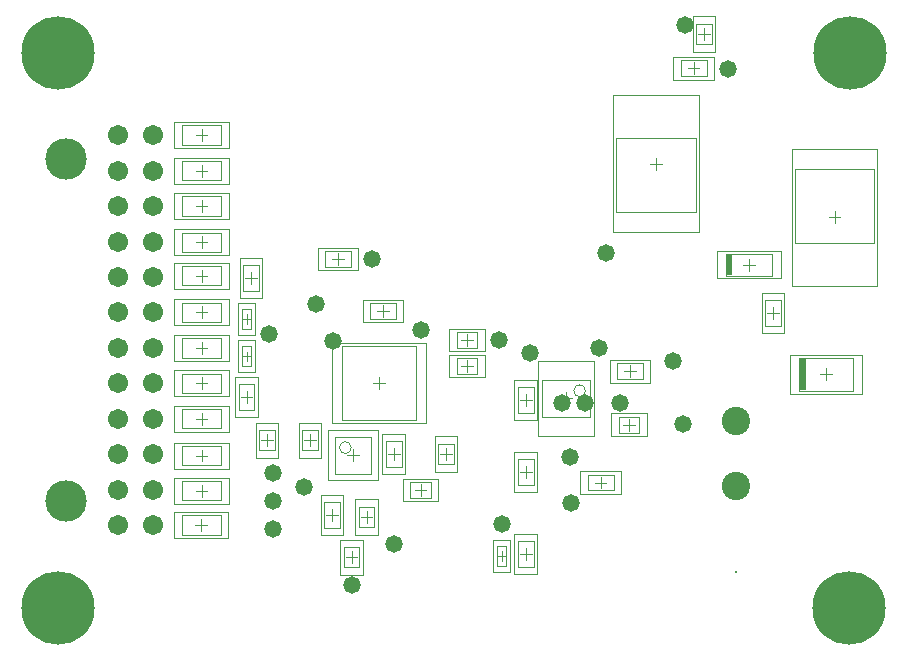
<source format=gbs>
G04*
G04 #@! TF.GenerationSoftware,Altium Limited,Altium Designer,19.0.15 (446)*
G04*
G04 Layer_Color=16711935*
%FSLAX25Y25*%
%MOIN*%
G70*
G01*
G75*
%ADD13C,0.00394*%
%ADD17R,0.02436X0.10984*%
%ADD18R,0.02039X0.07087*%
%ADD19C,0.00197*%
%ADD50C,0.06706*%
%ADD51C,0.13792*%
%ADD52C,0.09461*%
%ADD53C,0.00800*%
%ADD54C,0.24422*%
%ADD55C,0.05800*%
D13*
X113409Y69114D02*
G03*
X113409Y69114I-1969J0D01*
G01*
X191496Y88059D02*
G03*
X191496Y88059I-1969J0D01*
G01*
X261213Y137453D02*
X287787D01*
X261213Y161941D02*
X287787D01*
X261213Y137453D02*
Y161941D01*
X287787Y137453D02*
Y161941D01*
X56890Y40059D02*
X69882D01*
X56890Y46555D02*
X69882D01*
Y40059D02*
Y46555D01*
X56890Y40059D02*
Y46555D01*
X57004Y51505D02*
X69996D01*
X57004Y58001D02*
X69996D01*
Y51505D02*
Y58001D01*
X57004Y51505D02*
Y58001D01*
Y63209D02*
X69996D01*
X57004Y69705D02*
X69996D01*
Y63209D02*
Y69705D01*
X57004Y63209D02*
Y69705D01*
Y75492D02*
X69996D01*
X57004Y81988D02*
X69996D01*
Y75492D02*
Y81988D01*
X57004Y75492D02*
Y81988D01*
Y87252D02*
X69996D01*
X57004Y93748D02*
X69996D01*
Y87252D02*
Y93748D01*
X57004Y87252D02*
Y93748D01*
Y99114D02*
X69996D01*
X57004Y105610D02*
X69996D01*
Y99114D02*
Y105610D01*
X57004Y99114D02*
Y105610D01*
Y110925D02*
X69996D01*
X57004Y117421D02*
X69996D01*
Y110925D02*
Y117421D01*
X57004Y110925D02*
Y117421D01*
Y123153D02*
X69996D01*
X57004Y129650D02*
X69996D01*
Y123153D02*
Y129650D01*
X57004Y123153D02*
Y129650D01*
Y134252D02*
X69996D01*
X57004Y140748D02*
X69996D01*
Y134252D02*
Y140748D01*
X57004Y134252D02*
Y140748D01*
Y146358D02*
X69996D01*
X57004Y152854D02*
X69996D01*
Y146358D02*
Y152854D01*
X57004Y146358D02*
Y152854D01*
Y158169D02*
X69996D01*
X57004Y164665D02*
X69996D01*
Y158169D02*
Y164665D01*
X57004Y158169D02*
Y164665D01*
Y169980D02*
X69996D01*
X57004Y176476D02*
X69996D01*
Y169980D02*
Y176476D01*
X57004Y169980D02*
Y176476D01*
X223169Y192842D02*
X231831D01*
X223169Y198158D02*
X231831D01*
Y192842D02*
Y198158D01*
X223169Y192842D02*
Y198158D01*
X262659Y88008D02*
X280769D01*
X262659Y98992D02*
X280769D01*
Y88008D02*
Y98992D01*
X262659Y88008D02*
Y98992D01*
X201713Y172142D02*
X228287D01*
X201713Y147653D02*
X228287D01*
Y172142D01*
X201713Y147653D02*
Y172142D01*
X251421Y109669D02*
Y118331D01*
X256736Y109669D02*
Y118331D01*
X251421Y109669D02*
X256736D01*
X251421Y118331D02*
X256736D01*
X238421Y126457D02*
Y133543D01*
X253579Y126457D02*
Y133543D01*
X238421D02*
X253579D01*
X238421Y126457D02*
X253579D01*
X77342Y121169D02*
Y129831D01*
X82657Y121169D02*
Y129831D01*
X77342Y121169D02*
X82657D01*
X77342Y129831D02*
X82657D01*
X107898Y60453D02*
Y72658D01*
X120102Y60453D02*
Y72658D01*
X107898D02*
X120102D01*
X107898Y60453D02*
X120102D01*
X148653Y107658D02*
X155347D01*
X148653Y102342D02*
X155347D01*
X148653D02*
Y107658D01*
X155347Y102342D02*
Y107658D01*
X148653Y98979D02*
X155347D01*
X148653Y93664D02*
X155347D01*
X148653D02*
Y98979D01*
X155347Y93664D02*
Y98979D01*
X110350Y102969D02*
X135153D01*
X110350Y78165D02*
X135153D01*
X110350D02*
Y102969D01*
X135153Y78165D02*
Y102969D01*
X133153Y57540D02*
X139847D01*
X133153Y52225D02*
X139847D01*
X133153D02*
Y57540D01*
X139847Y52225D02*
Y57540D01*
X119669Y117315D02*
X128331D01*
X119669Y112000D02*
X128331D01*
X119669D02*
Y117315D01*
X128331Y112000D02*
Y117315D01*
X104669Y129342D02*
X113331D01*
X104669Y134658D02*
X113331D01*
Y129342D02*
Y134658D01*
X104669Y129342D02*
Y134658D01*
X174210Y29169D02*
Y37831D01*
X168895Y29169D02*
Y37831D01*
X174210D01*
X168895Y29169D02*
X174210D01*
X115842Y42654D02*
Y49347D01*
X121158Y42654D02*
Y49347D01*
X115842Y42654D02*
X121158D01*
X115842Y49347D02*
X121158D01*
X116157Y29153D02*
Y35846D01*
X110843Y29153D02*
Y35846D01*
X116157D01*
X110843Y29153D02*
X116157D01*
X202654Y79398D02*
X209347D01*
X202654Y74083D02*
X209347D01*
X202654D02*
Y79398D01*
X209347Y74083D02*
Y79398D01*
X228386Y203654D02*
Y210347D01*
X233701Y203654D02*
Y210347D01*
X228386Y203654D02*
X233701D01*
X228386Y210347D02*
X233701D01*
X202024Y97158D02*
X210685D01*
X202024Y91843D02*
X210685D01*
X202024D02*
Y97158D01*
X210685Y91843D02*
Y97158D01*
X192169Y54799D02*
X200831D01*
X192169Y60114D02*
X200831D01*
Y54799D02*
Y60114D01*
X192169Y54799D02*
Y60114D01*
X174210Y80669D02*
Y89331D01*
X168895Y80669D02*
Y89331D01*
X174210D01*
X168895Y80669D02*
X174210D01*
X168895Y56669D02*
Y65331D01*
X174210Y56669D02*
Y65331D01*
X168895Y56669D02*
X174210D01*
X168895Y65331D02*
X174210D01*
X161925Y29653D02*
X165075D01*
X161925Y36346D02*
X165075D01*
X161925Y29653D02*
Y36346D01*
X165075Y29653D02*
Y36346D01*
X81157Y81669D02*
Y90331D01*
X75842Y81669D02*
Y90331D01*
X81157D01*
X75842Y81669D02*
X81157D01*
X76925Y96153D02*
X80075D01*
X76925Y102847D02*
X80075D01*
X76925Y96153D02*
Y102847D01*
X80075Y96153D02*
Y102847D01*
X130221Y62717D02*
Y71378D01*
X124907Y62717D02*
Y71378D01*
X130221D01*
X124907Y62717D02*
X130221D01*
X76925Y115347D02*
X80075D01*
X76925Y108653D02*
X80075D01*
Y115347D01*
X76925Y108653D02*
Y115347D01*
X109658Y42371D02*
Y51033D01*
X104342Y42371D02*
Y51033D01*
X109658D01*
X104342Y42371D02*
X109658D01*
X147658Y63653D02*
Y70346D01*
X142342Y63653D02*
Y70346D01*
X147658D01*
X142342Y63653D02*
X147658D01*
X87992Y68154D02*
Y74847D01*
X82677Y68154D02*
Y74847D01*
X87992D01*
X82677Y68154D02*
X87992D01*
X102264D02*
Y74847D01*
X96949Y68154D02*
Y74847D01*
X102264D01*
X96949Y68154D02*
X102264D01*
X176929Y79398D02*
Y91602D01*
X193071Y79398D02*
Y91602D01*
X176929Y79398D02*
X193071D01*
X176929Y91602D02*
X193071D01*
X274500Y143949D02*
Y147886D01*
X272532Y145917D02*
X276468D01*
X63386Y41339D02*
Y45276D01*
X61417Y43307D02*
X65354D01*
X63500Y52785D02*
Y56722D01*
X61532Y54753D02*
X65469D01*
X63500Y64488D02*
Y68425D01*
X61532Y66457D02*
X65469D01*
X63500Y76772D02*
Y80709D01*
X61532Y78740D02*
X65469D01*
X63500Y88532D02*
Y92469D01*
X61532Y90500D02*
X65469D01*
X63500Y100394D02*
Y104331D01*
X61532Y102362D02*
X65469D01*
X63500Y112205D02*
Y116142D01*
X61532Y114173D02*
X65469D01*
X63500Y124433D02*
Y128370D01*
X61532Y126401D02*
X65469D01*
X63500Y135531D02*
Y139469D01*
X61532Y137500D02*
X65469D01*
X63500Y147638D02*
Y151575D01*
X61532Y149606D02*
X65469D01*
X63500Y159449D02*
Y163386D01*
X61532Y161417D02*
X65469D01*
X63500Y171260D02*
Y175197D01*
X61532Y173228D02*
X65469D01*
X227500Y193532D02*
Y197468D01*
X225532Y195500D02*
X229468D01*
X271714Y91531D02*
Y95468D01*
X269746Y93500D02*
X273683D01*
X215000Y161709D02*
Y165646D01*
X213032Y163677D02*
X216968D01*
X252110Y114000D02*
X256047D01*
X254079Y112031D02*
Y115969D01*
X244032Y130000D02*
X247969D01*
X246000Y128032D02*
Y131968D01*
X78031Y125500D02*
X81968D01*
X80000Y123531D02*
Y127469D01*
X112031Y66555D02*
X115969D01*
X114000Y64587D02*
Y68524D01*
X152000Y103032D02*
Y106968D01*
X150031Y105000D02*
X153969D01*
X152000Y94353D02*
Y98290D01*
X150031Y96322D02*
X153969D01*
X122752Y88598D02*
Y92535D01*
X120783Y90567D02*
X124721D01*
X136500Y52914D02*
Y56851D01*
X134531Y54883D02*
X138469D01*
X124000Y112689D02*
Y116626D01*
X122031Y114657D02*
X125969D01*
X109000Y130032D02*
Y133968D01*
X107032Y132000D02*
X110968D01*
X169584Y33500D02*
X173521D01*
X171552Y31532D02*
Y35469D01*
X116532Y46000D02*
X120468D01*
X118500Y44032D02*
Y47969D01*
X111531Y32500D02*
X115469D01*
X113500Y30531D02*
Y34468D01*
X206000Y74772D02*
Y78709D01*
X204031Y76740D02*
X207968D01*
X229075Y207000D02*
X233012D01*
X231043Y205031D02*
Y208968D01*
X206354Y92532D02*
Y96469D01*
X204386Y94500D02*
X208323D01*
X196500Y55488D02*
Y59425D01*
X194532Y57457D02*
X198468D01*
X169584Y85000D02*
X173521D01*
X171552Y83031D02*
Y86968D01*
X169584Y61000D02*
X173521D01*
X171552Y59031D02*
Y62968D01*
X163500Y31425D02*
Y34575D01*
X161925Y33000D02*
X165075D01*
X76531Y86000D02*
X80468D01*
X78500Y84031D02*
Y87968D01*
Y97925D02*
Y101075D01*
X76925Y99500D02*
X80075D01*
X125595Y67047D02*
X129533D01*
X127564Y65079D02*
Y69016D01*
X78500Y110425D02*
Y113575D01*
X76925Y112000D02*
X80075D01*
X105032Y46702D02*
X108968D01*
X107000Y44733D02*
Y48670D01*
X143032Y67000D02*
X146968D01*
X145000Y65031D02*
Y68968D01*
X83366Y71500D02*
X87303D01*
X85335Y69532D02*
Y73469D01*
X97638Y71500D02*
X101575D01*
X99606Y69532D02*
Y73469D01*
X183031Y85500D02*
X186969D01*
X185000Y83531D02*
Y87468D01*
D17*
X263877Y93500D02*
D03*
D18*
X239441Y130000D02*
D03*
D19*
X260228Y123083D02*
X288772D01*
X260228Y168752D02*
X288772D01*
X260228Y123083D02*
Y168752D01*
X288772Y123083D02*
Y168752D01*
X54331Y38976D02*
X72441D01*
X54331Y47638D02*
X72441D01*
Y38976D02*
Y47638D01*
X54331Y38976D02*
Y47638D01*
X54445Y50422D02*
X72555D01*
X54445Y59084D02*
X72555D01*
Y50422D02*
Y59084D01*
X54445Y50422D02*
Y59084D01*
Y62126D02*
X72555D01*
X54445Y70787D02*
X72555D01*
Y62126D02*
Y70787D01*
X54445Y62126D02*
Y70787D01*
Y74409D02*
X72555D01*
X54445Y83071D02*
X72555D01*
Y74409D02*
Y83071D01*
X54445Y74409D02*
Y83071D01*
Y86169D02*
X72555D01*
X54445Y94831D02*
X72555D01*
Y86169D02*
Y94831D01*
X54445Y86169D02*
Y94831D01*
Y98032D02*
X72555D01*
X54445Y106693D02*
X72555D01*
Y98032D02*
Y106693D01*
X54445Y98032D02*
Y106693D01*
Y109843D02*
X72555D01*
X54445Y118504D02*
X72555D01*
Y109843D02*
Y118504D01*
X54445Y109843D02*
Y118504D01*
Y122071D02*
X72555D01*
X54445Y130732D02*
X72555D01*
Y122071D02*
Y130732D01*
X54445Y122071D02*
Y130732D01*
Y133169D02*
X72555D01*
X54445Y141831D02*
X72555D01*
Y133169D02*
Y141831D01*
X54445Y133169D02*
Y141831D01*
Y145276D02*
X72555D01*
X54445Y153937D02*
X72555D01*
Y145276D02*
Y153937D01*
X54445Y145276D02*
Y153937D01*
Y157087D02*
X72555D01*
X54445Y165748D02*
X72555D01*
Y157087D02*
Y165748D01*
X54445Y157087D02*
Y165748D01*
Y168898D02*
X72555D01*
X54445Y177559D02*
X72555D01*
Y168898D02*
Y177559D01*
X54445Y168898D02*
Y177559D01*
X220807Y191760D02*
X234193D01*
X220807Y199240D02*
X234193D01*
Y191760D02*
Y199240D01*
X220807Y191760D02*
Y199240D01*
X259706Y87004D02*
X283722D01*
X259706Y99996D02*
X283722D01*
Y87004D02*
Y99996D01*
X259706Y87004D02*
Y99996D01*
X200728Y186512D02*
X229272D01*
X200728Y140842D02*
X229272D01*
Y186512D01*
X200728Y140842D02*
Y186512D01*
X250339Y107307D02*
Y120693D01*
X257819Y107307D02*
Y120693D01*
X250339Y107307D02*
X257819D01*
X250339Y120693D02*
X257819D01*
X235370Y125472D02*
Y134528D01*
X256630Y125472D02*
Y134528D01*
X235370D02*
X256630D01*
X235370Y125472D02*
X256630D01*
X76260Y118807D02*
Y132193D01*
X83740Y118807D02*
Y132193D01*
X76260Y118807D02*
X83740D01*
X76260Y132193D02*
X83740D01*
X105732Y58287D02*
Y74823D01*
X122268Y58287D02*
Y74823D01*
X105732D02*
X122268D01*
X105732Y58287D02*
X122268D01*
X146095Y108740D02*
X157905D01*
X146095Y101260D02*
X157905D01*
X146095D02*
Y108740D01*
X157905Y101260D02*
Y108740D01*
X146095Y100062D02*
X157905D01*
X146095Y92582D02*
X157905D01*
X146095D02*
Y100062D01*
X157905Y92582D02*
Y100062D01*
X107102Y103953D02*
X138402D01*
X107102Y77181D02*
X138402D01*
X107102D02*
Y103953D01*
X138402Y77181D02*
Y103953D01*
X130595Y58623D02*
X142405D01*
X130595Y51143D02*
X142405D01*
X130595D02*
Y58623D01*
X142405Y51143D02*
Y58623D01*
X117307Y118398D02*
X130693D01*
X117307Y110917D02*
X130693D01*
X117307D02*
Y118398D01*
X130693Y110917D02*
Y118398D01*
X102307Y128260D02*
X115693D01*
X102307Y135740D02*
X115693D01*
Y128260D02*
Y135740D01*
X102307Y128260D02*
Y135740D01*
X175292Y26807D02*
Y40193D01*
X167812Y26807D02*
Y40193D01*
X175292D01*
X167812Y26807D02*
X175292D01*
X114760Y40095D02*
Y51906D01*
X122240Y40095D02*
Y51906D01*
X114760Y40095D02*
X122240D01*
X114760Y51906D02*
X122240D01*
X117240Y26594D02*
Y38405D01*
X109760Y26594D02*
Y38405D01*
X117240D01*
X109760Y26594D02*
X117240D01*
X200095Y80480D02*
X211906D01*
X200095Y73000D02*
X211906D01*
X200095D02*
Y80480D01*
X211906Y73000D02*
Y80480D01*
X227303Y201095D02*
Y212906D01*
X234784Y201095D02*
Y212906D01*
X227303Y201095D02*
X234784D01*
X227303Y212906D02*
X234784D01*
X199661Y98240D02*
X213047D01*
X199661Y90760D02*
X213047D01*
X199661D02*
Y98240D01*
X213047Y90760D02*
Y98240D01*
X189807Y53716D02*
X203193D01*
X189807Y61197D02*
X203193D01*
Y53716D02*
Y61197D01*
X189807Y53716D02*
Y61197D01*
X175292Y78307D02*
Y91693D01*
X167812Y78307D02*
Y91693D01*
X175292D01*
X167812Y78307D02*
X175292D01*
X167812Y54307D02*
Y67693D01*
X175292Y54307D02*
Y67693D01*
X167812Y54307D02*
X175292D01*
X167812Y67693D02*
X175292D01*
X160744Y27685D02*
X166256D01*
X160744Y38315D02*
X166256D01*
X160744Y27685D02*
Y38315D01*
X166256Y27685D02*
Y38315D01*
X82240Y79307D02*
Y92693D01*
X74760Y79307D02*
Y92693D01*
X82240D01*
X74760Y79307D02*
X82240D01*
X75744Y94185D02*
X81256D01*
X75744Y104815D02*
X81256D01*
X75744Y94185D02*
Y104815D01*
X81256Y94185D02*
Y104815D01*
X131304Y60354D02*
Y73740D01*
X123824Y60354D02*
Y73740D01*
X131304D01*
X123824Y60354D02*
X131304D01*
X75744Y117315D02*
X81256D01*
X75744Y106685D02*
X81256D01*
Y117315D01*
X75744Y106685D02*
Y117315D01*
X110740Y40009D02*
Y53395D01*
X103260Y40009D02*
Y53395D01*
X110740D01*
X103260Y40009D02*
X110740D01*
X148740Y61094D02*
Y72905D01*
X141260Y61094D02*
Y72905D01*
X148740D01*
X141260Y61094D02*
X148740D01*
X89075Y65595D02*
Y77406D01*
X81595Y65595D02*
Y77406D01*
X89075D01*
X81595Y65595D02*
X89075D01*
X103347D02*
Y77406D01*
X95866Y65595D02*
Y77406D01*
X103347D01*
X95866Y65595D02*
X103347D01*
X175748Y73098D02*
Y97902D01*
X194252Y73098D02*
Y97902D01*
X175748Y73098D02*
X194252D01*
X175748Y97902D02*
X194252D01*
D50*
X35500Y78740D02*
D03*
Y66929D02*
D03*
Y55118D02*
D03*
Y43307D02*
D03*
X47311D02*
D03*
Y55118D02*
D03*
Y66929D02*
D03*
Y78740D02*
D03*
Y90551D02*
D03*
Y102362D02*
D03*
Y114173D02*
D03*
Y125984D02*
D03*
Y137795D02*
D03*
Y149606D02*
D03*
Y161417D02*
D03*
Y173228D02*
D03*
X35500Y90551D02*
D03*
Y102362D02*
D03*
Y114173D02*
D03*
Y125984D02*
D03*
Y137795D02*
D03*
Y149606D02*
D03*
Y161417D02*
D03*
Y173228D02*
D03*
D51*
X18492Y165157D02*
D03*
Y51378D02*
D03*
D52*
X241500Y77894D02*
D03*
Y56240D02*
D03*
D53*
Y27500D02*
D03*
D54*
X279268Y15748D02*
D03*
X15748D02*
D03*
X279528Y200787D02*
D03*
X15748D02*
D03*
D55*
X85835Y107087D02*
D03*
X120457Y131882D02*
D03*
X198260Y133937D02*
D03*
X203047Y84000D02*
D03*
X191398D02*
D03*
X183721D02*
D03*
X239000Y195426D02*
D03*
X224698Y210000D02*
D03*
X196130Y102362D02*
D03*
X162500Y105000D02*
D03*
X163500Y43489D02*
D03*
X136750Y108390D02*
D03*
X173000Y100496D02*
D03*
X107242Y104500D02*
D03*
X127564Y36953D02*
D03*
X101735Y116818D02*
D03*
X87414Y42000D02*
D03*
Y51250D02*
D03*
Y60500D02*
D03*
X97500Y55938D02*
D03*
X186500Y50500D02*
D03*
X186279Y66000D02*
D03*
X113500Y23164D02*
D03*
X223888Y77000D02*
D03*
X220500Y98000D02*
D03*
M02*

</source>
